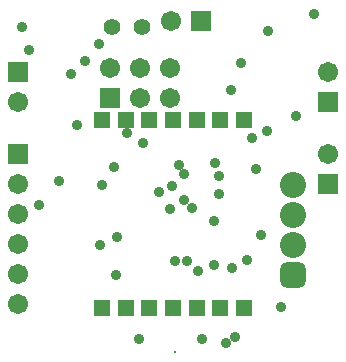
<source format=gbs>
%FSLAX25Y25*%
%MOIN*%
G70*
G01*
G75*
G04 Layer_Color=16711935*
%ADD10R,0.03937X0.02756*%
%ADD11R,0.02362X0.03937*%
%ADD12R,0.01969X0.03937*%
%ADD13R,0.02756X0.03937*%
%ADD14R,0.06299X0.07874*%
%ADD15O,0.02165X0.06496*%
%ADD16O,0.06496X0.02165*%
%ADD17R,0.02362X0.05118*%
%ADD18R,0.06299X0.02756*%
%ADD19R,0.02362X0.05906*%
%ADD20R,0.03150X0.09843*%
%ADD21R,0.03150X0.07480*%
%ADD22R,0.07480X0.03150*%
%ADD23C,0.00787*%
%ADD24C,0.07874*%
G04:AMPARAMS|DCode=25|XSize=78.74mil|YSize=78.74mil|CornerRadius=19.69mil|HoleSize=0mil|Usage=FLASHONLY|Rotation=270.000|XOffset=0mil|YOffset=0mil|HoleType=Round|Shape=RoundedRectangle|*
%AMROUNDEDRECTD25*
21,1,0.07874,0.03937,0,0,270.0*
21,1,0.03937,0.07874,0,0,270.0*
1,1,0.03937,-0.01969,-0.01969*
1,1,0.03937,-0.01969,0.01969*
1,1,0.03937,0.01969,0.01969*
1,1,0.03937,0.01969,-0.01969*
%
%ADD25ROUNDEDRECTD25*%
%ADD26C,0.07874*%
%ADD27C,0.05906*%
%ADD28R,0.05906X0.05906*%
%ADD29R,0.05906X0.05906*%
%ADD30C,0.04724*%
%ADD31C,0.02756*%
%ADD32R,0.04724X0.04724*%
%ADD33C,0.05906*%
%ADD34C,0.01000*%
%ADD35C,0.00984*%
%ADD36C,0.02362*%
%ADD37C,0.00394*%
%ADD38R,0.04737X0.03556*%
%ADD39R,0.03162X0.04737*%
%ADD40R,0.02769X0.04737*%
%ADD41R,0.03556X0.04737*%
%ADD42R,0.07099X0.08674*%
%ADD43O,0.02965X0.07296*%
%ADD44O,0.07296X0.02965*%
%ADD45R,0.03162X0.05918*%
%ADD46R,0.07099X0.03556*%
%ADD47R,0.03162X0.06706*%
%ADD48R,0.03950X0.10642*%
%ADD49R,0.03950X0.08280*%
%ADD50R,0.08280X0.03950*%
%ADD51C,0.00800*%
G04:AMPARAMS|DCode=52|XSize=86.74mil|YSize=86.74mil|CornerRadius=23.69mil|HoleSize=0mil|Usage=FLASHONLY|Rotation=270.000|XOffset=0mil|YOffset=0mil|HoleType=Round|Shape=RoundedRectangle|*
%AMROUNDEDRECTD52*
21,1,0.08674,0.03937,0,0,270.0*
21,1,0.03937,0.08674,0,0,270.0*
1,1,0.04737,-0.01969,-0.01969*
1,1,0.04737,-0.01969,0.01969*
1,1,0.04737,0.01969,0.01969*
1,1,0.04737,0.01969,-0.01969*
%
%ADD52ROUNDEDRECTD52*%
%ADD53C,0.08674*%
%ADD54C,0.06706*%
%ADD55R,0.06706X0.06706*%
%ADD56R,0.06706X0.06706*%
%ADD57C,0.05524*%
%ADD58C,0.03556*%
%ADD59R,0.05524X0.05524*%
D51*
X13779Y263779D02*
D03*
D52*
X53150Y289370D02*
D03*
D53*
X53150Y299370D02*
D03*
X53150Y309370D02*
D03*
Y319370D02*
D03*
D54*
X12126Y358425D02*
D03*
Y348425D02*
D03*
X2126Y358425D02*
D03*
Y348425D02*
D03*
X-7874Y358425D02*
D03*
X-38386Y347284D02*
D03*
X-38386Y319724D02*
D03*
Y309724D02*
D03*
Y299724D02*
D03*
Y289724D02*
D03*
Y279724D02*
D03*
X64961Y329724D02*
D03*
X64961Y357284D02*
D03*
X12638Y374015D02*
D03*
D55*
X-7874Y348425D02*
D03*
X22638Y374015D02*
D03*
D56*
X-38386Y357284D02*
D03*
X-38386Y329724D02*
D03*
X64961Y319724D02*
D03*
Y347284D02*
D03*
D57*
X2953Y372047D02*
D03*
X-7047D02*
D03*
D58*
X-16240Y360728D02*
D03*
X-20721Y356387D02*
D03*
X-18701Y339567D02*
D03*
X-37008Y372244D02*
D03*
X21654Y290945D02*
D03*
X17717Y294094D02*
D03*
X40945Y324803D02*
D03*
X42520Y302756D02*
D03*
X37795Y294488D02*
D03*
X32677Y291732D02*
D03*
X26772Y292913D02*
D03*
X8655Y317109D02*
D03*
X33858Y268799D02*
D03*
X13976Y294237D02*
D03*
X30807Y266732D02*
D03*
X28429Y322337D02*
D03*
X-31496Y312795D02*
D03*
X16929Y323031D02*
D03*
X12303Y311417D02*
D03*
X-34744Y364665D02*
D03*
X1968Y268012D02*
D03*
X-10371Y319637D02*
D03*
X49229Y278740D02*
D03*
X12929Y319137D02*
D03*
X15229Y326237D02*
D03*
X-5689Y289354D02*
D03*
X-5471Y302137D02*
D03*
X-11371Y366437D02*
D03*
X16829Y314637D02*
D03*
X54129Y342637D02*
D03*
X28629Y316537D02*
D03*
X39429Y335237D02*
D03*
X19429Y311937D02*
D03*
X32529Y351137D02*
D03*
X27129Y326837D02*
D03*
X-24671Y320937D02*
D03*
X-6471Y325637D02*
D03*
X-2271Y336837D02*
D03*
X44929Y370837D02*
D03*
X26829Y307337D02*
D03*
X-11271Y299337D02*
D03*
X44629Y337637D02*
D03*
X3229Y333537D02*
D03*
X60329Y376637D02*
D03*
X35929Y360037D02*
D03*
X22736Y268307D02*
D03*
D59*
X36811Y341142D02*
D03*
X28937D02*
D03*
X21063D02*
D03*
X13189D02*
D03*
X5315D02*
D03*
X-2559D02*
D03*
X-10433D02*
D03*
Y278543D02*
D03*
X-2559D02*
D03*
X5315D02*
D03*
X13189D02*
D03*
X21063D02*
D03*
X28937D02*
D03*
X36811D02*
D03*
M02*

</source>
